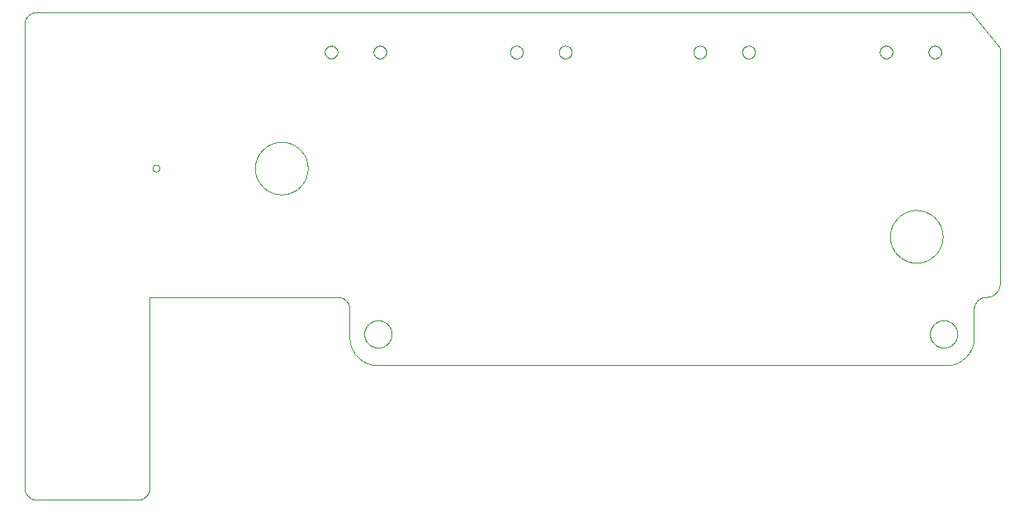
<source format=gko>
G75*
%MOIN*%
%OFA0B0*%
%FSLAX25Y25*%
%IPPOS*%
%LPD*%
%AMOC8*
5,1,8,0,0,1.08239X$1,22.5*
%
%ADD10C,0.00000*%
D10*
X0009059Y0004256D02*
X0049643Y0004256D01*
X0049783Y0004258D01*
X0049923Y0004264D01*
X0050063Y0004274D01*
X0050203Y0004287D01*
X0050342Y0004305D01*
X0050481Y0004327D01*
X0050618Y0004352D01*
X0050756Y0004381D01*
X0050892Y0004414D01*
X0051027Y0004451D01*
X0051161Y0004492D01*
X0051294Y0004537D01*
X0051426Y0004585D01*
X0051556Y0004637D01*
X0051685Y0004692D01*
X0051812Y0004751D01*
X0051938Y0004814D01*
X0052062Y0004880D01*
X0052183Y0004949D01*
X0052303Y0005022D01*
X0052421Y0005099D01*
X0052536Y0005178D01*
X0052650Y0005261D01*
X0052760Y0005347D01*
X0052869Y0005436D01*
X0052975Y0005528D01*
X0053078Y0005623D01*
X0053179Y0005720D01*
X0053276Y0005821D01*
X0053371Y0005924D01*
X0053463Y0006030D01*
X0053552Y0006139D01*
X0053638Y0006249D01*
X0053721Y0006363D01*
X0053800Y0006478D01*
X0053877Y0006596D01*
X0053950Y0006716D01*
X0054019Y0006837D01*
X0054085Y0006961D01*
X0054148Y0007087D01*
X0054207Y0007214D01*
X0054262Y0007343D01*
X0054314Y0007473D01*
X0054362Y0007605D01*
X0054407Y0007738D01*
X0054448Y0007872D01*
X0054485Y0008007D01*
X0054518Y0008143D01*
X0054547Y0008281D01*
X0054572Y0008418D01*
X0054594Y0008557D01*
X0054612Y0008696D01*
X0054625Y0008836D01*
X0054635Y0008976D01*
X0054641Y0009116D01*
X0054643Y0009256D01*
X0054643Y0086146D01*
X0130358Y0086146D01*
X0130498Y0086144D01*
X0130638Y0086138D01*
X0130778Y0086128D01*
X0130918Y0086115D01*
X0131057Y0086097D01*
X0131196Y0086075D01*
X0131333Y0086050D01*
X0131471Y0086021D01*
X0131607Y0085988D01*
X0131742Y0085951D01*
X0131876Y0085910D01*
X0132009Y0085865D01*
X0132141Y0085817D01*
X0132271Y0085765D01*
X0132400Y0085710D01*
X0132527Y0085651D01*
X0132653Y0085588D01*
X0132777Y0085522D01*
X0132898Y0085453D01*
X0133018Y0085380D01*
X0133136Y0085303D01*
X0133251Y0085224D01*
X0133365Y0085141D01*
X0133475Y0085055D01*
X0133584Y0084966D01*
X0133690Y0084874D01*
X0133793Y0084779D01*
X0133894Y0084682D01*
X0133991Y0084581D01*
X0134086Y0084478D01*
X0134178Y0084372D01*
X0134267Y0084263D01*
X0134353Y0084153D01*
X0134436Y0084039D01*
X0134515Y0083924D01*
X0134592Y0083806D01*
X0134665Y0083686D01*
X0134734Y0083565D01*
X0134800Y0083441D01*
X0134863Y0083315D01*
X0134922Y0083188D01*
X0134977Y0083059D01*
X0135029Y0082929D01*
X0135077Y0082797D01*
X0135122Y0082664D01*
X0135163Y0082530D01*
X0135200Y0082395D01*
X0135233Y0082259D01*
X0135262Y0082121D01*
X0135287Y0081984D01*
X0135309Y0081845D01*
X0135327Y0081706D01*
X0135340Y0081566D01*
X0135350Y0081426D01*
X0135356Y0081286D01*
X0135358Y0081146D01*
X0135358Y0069217D01*
X0135359Y0069216D02*
X0135376Y0068945D01*
X0135400Y0068675D01*
X0135431Y0068405D01*
X0135468Y0068136D01*
X0135512Y0067868D01*
X0135562Y0067601D01*
X0135618Y0067336D01*
X0135681Y0067072D01*
X0135750Y0066809D01*
X0135826Y0066548D01*
X0135908Y0066289D01*
X0135996Y0066033D01*
X0136090Y0065778D01*
X0136191Y0065526D01*
X0136297Y0065276D01*
X0136410Y0065029D01*
X0136528Y0064785D01*
X0136652Y0064543D01*
X0136782Y0064305D01*
X0136918Y0064070D01*
X0137060Y0063838D01*
X0137207Y0063610D01*
X0137359Y0063385D01*
X0137517Y0063164D01*
X0137680Y0062947D01*
X0137849Y0062734D01*
X0138022Y0062525D01*
X0138200Y0062320D01*
X0138384Y0062120D01*
X0138572Y0061924D01*
X0138765Y0061733D01*
X0138962Y0061547D01*
X0139164Y0061365D01*
X0139370Y0061188D01*
X0139580Y0061017D01*
X0139795Y0060850D01*
X0140013Y0060689D01*
X0140236Y0060533D01*
X0140462Y0060382D01*
X0140691Y0060237D01*
X0140924Y0060098D01*
X0141160Y0059964D01*
X0141400Y0059836D01*
X0141642Y0059714D01*
X0141887Y0059597D01*
X0142136Y0059487D01*
X0142386Y0059383D01*
X0142639Y0059284D01*
X0142895Y0059192D01*
X0143152Y0059106D01*
X0143412Y0059027D01*
X0143673Y0058953D01*
X0143936Y0058886D01*
X0144201Y0058826D01*
X0144467Y0058771D01*
X0144734Y0058723D01*
X0145003Y0058682D01*
X0145272Y0058647D01*
X0145542Y0058619D01*
X0145813Y0058597D01*
X0146084Y0058582D01*
X0146355Y0058573D01*
X0146627Y0058571D01*
X0146898Y0058576D01*
X0147170Y0058587D01*
X0147169Y0058587D02*
X0375516Y0058587D01*
X0375515Y0058587D02*
X0375787Y0058576D01*
X0376058Y0058571D01*
X0376330Y0058573D01*
X0376601Y0058582D01*
X0376872Y0058597D01*
X0377143Y0058619D01*
X0377413Y0058647D01*
X0377682Y0058682D01*
X0377951Y0058723D01*
X0378218Y0058771D01*
X0378484Y0058826D01*
X0378749Y0058886D01*
X0379012Y0058953D01*
X0379273Y0059027D01*
X0379533Y0059106D01*
X0379790Y0059192D01*
X0380046Y0059284D01*
X0380299Y0059383D01*
X0380549Y0059487D01*
X0380798Y0059597D01*
X0381043Y0059714D01*
X0381285Y0059836D01*
X0381525Y0059964D01*
X0381761Y0060098D01*
X0381994Y0060237D01*
X0382223Y0060382D01*
X0382449Y0060533D01*
X0382672Y0060689D01*
X0382890Y0060850D01*
X0383105Y0061017D01*
X0383315Y0061188D01*
X0383521Y0061365D01*
X0383723Y0061547D01*
X0383920Y0061733D01*
X0384113Y0061924D01*
X0384301Y0062120D01*
X0384485Y0062320D01*
X0384663Y0062525D01*
X0384836Y0062734D01*
X0385005Y0062947D01*
X0385168Y0063164D01*
X0385326Y0063385D01*
X0385478Y0063610D01*
X0385625Y0063838D01*
X0385767Y0064070D01*
X0385903Y0064305D01*
X0386033Y0064543D01*
X0386157Y0064785D01*
X0386275Y0065029D01*
X0386388Y0065276D01*
X0386494Y0065526D01*
X0386595Y0065778D01*
X0386689Y0066033D01*
X0386777Y0066289D01*
X0386859Y0066548D01*
X0386935Y0066809D01*
X0387004Y0067072D01*
X0387067Y0067336D01*
X0387123Y0067601D01*
X0387173Y0067868D01*
X0387217Y0068136D01*
X0387254Y0068405D01*
X0387285Y0068675D01*
X0387309Y0068945D01*
X0387326Y0069216D01*
X0387327Y0069217D02*
X0387327Y0081146D01*
X0387329Y0081286D01*
X0387335Y0081426D01*
X0387345Y0081566D01*
X0387358Y0081706D01*
X0387376Y0081845D01*
X0387398Y0081984D01*
X0387423Y0082121D01*
X0387452Y0082259D01*
X0387485Y0082395D01*
X0387522Y0082530D01*
X0387563Y0082664D01*
X0387608Y0082797D01*
X0387656Y0082929D01*
X0387708Y0083059D01*
X0387763Y0083188D01*
X0387822Y0083315D01*
X0387885Y0083441D01*
X0387951Y0083565D01*
X0388020Y0083686D01*
X0388093Y0083806D01*
X0388170Y0083924D01*
X0388249Y0084039D01*
X0388332Y0084153D01*
X0388418Y0084263D01*
X0388507Y0084372D01*
X0388599Y0084478D01*
X0388694Y0084581D01*
X0388791Y0084682D01*
X0388892Y0084779D01*
X0388995Y0084874D01*
X0389101Y0084966D01*
X0389210Y0085055D01*
X0389320Y0085141D01*
X0389434Y0085224D01*
X0389549Y0085303D01*
X0389667Y0085380D01*
X0389787Y0085453D01*
X0389908Y0085522D01*
X0390032Y0085588D01*
X0390158Y0085651D01*
X0390285Y0085710D01*
X0390414Y0085765D01*
X0390544Y0085817D01*
X0390676Y0085865D01*
X0390809Y0085910D01*
X0390943Y0085951D01*
X0391078Y0085988D01*
X0391214Y0086021D01*
X0391352Y0086050D01*
X0391489Y0086075D01*
X0391628Y0086097D01*
X0391767Y0086115D01*
X0391907Y0086128D01*
X0392047Y0086138D01*
X0392187Y0086144D01*
X0392327Y0086146D01*
X0392471Y0086145D01*
X0392615Y0086148D01*
X0392759Y0086155D01*
X0392903Y0086167D01*
X0393047Y0086181D01*
X0393190Y0086200D01*
X0393332Y0086223D01*
X0393474Y0086249D01*
X0393615Y0086280D01*
X0393756Y0086314D01*
X0393895Y0086352D01*
X0394033Y0086393D01*
X0394170Y0086439D01*
X0394306Y0086488D01*
X0394440Y0086541D01*
X0394573Y0086597D01*
X0394704Y0086657D01*
X0394834Y0086720D01*
X0394962Y0086787D01*
X0395088Y0086858D01*
X0395212Y0086932D01*
X0395334Y0087009D01*
X0395453Y0087089D01*
X0395571Y0087173D01*
X0395686Y0087260D01*
X0395799Y0087349D01*
X0395910Y0087442D01*
X0396018Y0087538D01*
X0396123Y0087637D01*
X0396225Y0087738D01*
X0396325Y0087843D01*
X0396422Y0087950D01*
X0396516Y0088059D01*
X0396607Y0088171D01*
X0396695Y0088286D01*
X0396780Y0088402D01*
X0396861Y0088522D01*
X0396940Y0088643D01*
X0397015Y0088766D01*
X0397086Y0088891D01*
X0397155Y0089018D01*
X0397219Y0089147D01*
X0397281Y0089278D01*
X0397338Y0089410D01*
X0397392Y0089544D01*
X0397443Y0089679D01*
X0397490Y0089816D01*
X0397533Y0089954D01*
X0397572Y0090093D01*
X0397607Y0090232D01*
X0397639Y0090373D01*
X0397667Y0090515D01*
X0397691Y0090657D01*
X0397711Y0090800D01*
X0397728Y0090943D01*
X0397740Y0091087D01*
X0397748Y0091231D01*
X0397753Y0091376D01*
X0397753Y0091375D02*
X0397753Y0186736D01*
X0386146Y0201106D01*
X0009059Y0201106D01*
X0008919Y0201104D01*
X0008779Y0201098D01*
X0008639Y0201088D01*
X0008499Y0201075D01*
X0008360Y0201057D01*
X0008221Y0201035D01*
X0008084Y0201010D01*
X0007946Y0200981D01*
X0007810Y0200948D01*
X0007675Y0200911D01*
X0007541Y0200870D01*
X0007408Y0200825D01*
X0007276Y0200777D01*
X0007146Y0200725D01*
X0007017Y0200670D01*
X0006890Y0200611D01*
X0006764Y0200548D01*
X0006640Y0200482D01*
X0006519Y0200413D01*
X0006399Y0200340D01*
X0006281Y0200263D01*
X0006166Y0200184D01*
X0006052Y0200101D01*
X0005942Y0200015D01*
X0005833Y0199926D01*
X0005727Y0199834D01*
X0005624Y0199739D01*
X0005523Y0199642D01*
X0005426Y0199541D01*
X0005331Y0199438D01*
X0005239Y0199332D01*
X0005150Y0199223D01*
X0005064Y0199113D01*
X0004981Y0198999D01*
X0004902Y0198884D01*
X0004825Y0198766D01*
X0004752Y0198646D01*
X0004683Y0198525D01*
X0004617Y0198401D01*
X0004554Y0198275D01*
X0004495Y0198148D01*
X0004440Y0198019D01*
X0004388Y0197889D01*
X0004340Y0197757D01*
X0004295Y0197624D01*
X0004254Y0197490D01*
X0004217Y0197355D01*
X0004184Y0197219D01*
X0004155Y0197081D01*
X0004130Y0196944D01*
X0004108Y0196805D01*
X0004090Y0196666D01*
X0004077Y0196526D01*
X0004067Y0196386D01*
X0004061Y0196246D01*
X0004059Y0196106D01*
X0004059Y0009256D01*
X0004061Y0009116D01*
X0004067Y0008976D01*
X0004077Y0008836D01*
X0004090Y0008696D01*
X0004108Y0008557D01*
X0004130Y0008418D01*
X0004155Y0008281D01*
X0004184Y0008143D01*
X0004217Y0008007D01*
X0004254Y0007872D01*
X0004295Y0007738D01*
X0004340Y0007605D01*
X0004388Y0007473D01*
X0004440Y0007343D01*
X0004495Y0007214D01*
X0004554Y0007087D01*
X0004617Y0006961D01*
X0004683Y0006837D01*
X0004752Y0006716D01*
X0004825Y0006596D01*
X0004902Y0006478D01*
X0004981Y0006363D01*
X0005064Y0006249D01*
X0005150Y0006139D01*
X0005239Y0006030D01*
X0005331Y0005924D01*
X0005426Y0005821D01*
X0005523Y0005720D01*
X0005624Y0005623D01*
X0005727Y0005528D01*
X0005833Y0005436D01*
X0005942Y0005347D01*
X0006052Y0005261D01*
X0006166Y0005178D01*
X0006281Y0005099D01*
X0006399Y0005022D01*
X0006519Y0004949D01*
X0006640Y0004880D01*
X0006764Y0004814D01*
X0006890Y0004751D01*
X0007017Y0004692D01*
X0007146Y0004637D01*
X0007276Y0004585D01*
X0007408Y0004537D01*
X0007541Y0004492D01*
X0007675Y0004451D01*
X0007810Y0004414D01*
X0007946Y0004381D01*
X0008084Y0004352D01*
X0008221Y0004327D01*
X0008360Y0004305D01*
X0008499Y0004287D01*
X0008639Y0004274D01*
X0008779Y0004264D01*
X0008919Y0004258D01*
X0009059Y0004256D01*
X0141264Y0071185D02*
X0141266Y0071333D01*
X0141272Y0071481D01*
X0141282Y0071629D01*
X0141296Y0071776D01*
X0141314Y0071923D01*
X0141335Y0072069D01*
X0141361Y0072215D01*
X0141391Y0072360D01*
X0141424Y0072504D01*
X0141462Y0072647D01*
X0141503Y0072789D01*
X0141548Y0072930D01*
X0141596Y0073070D01*
X0141649Y0073209D01*
X0141705Y0073346D01*
X0141765Y0073481D01*
X0141828Y0073615D01*
X0141895Y0073747D01*
X0141966Y0073877D01*
X0142040Y0074005D01*
X0142117Y0074131D01*
X0142198Y0074255D01*
X0142282Y0074377D01*
X0142369Y0074496D01*
X0142460Y0074613D01*
X0142554Y0074728D01*
X0142650Y0074840D01*
X0142750Y0074950D01*
X0142852Y0075056D01*
X0142958Y0075160D01*
X0143066Y0075261D01*
X0143177Y0075359D01*
X0143290Y0075455D01*
X0143406Y0075547D01*
X0143524Y0075636D01*
X0143645Y0075721D01*
X0143768Y0075804D01*
X0143893Y0075883D01*
X0144020Y0075959D01*
X0144149Y0076031D01*
X0144280Y0076100D01*
X0144413Y0076165D01*
X0144548Y0076226D01*
X0144684Y0076284D01*
X0144821Y0076339D01*
X0144960Y0076389D01*
X0145101Y0076436D01*
X0145242Y0076479D01*
X0145385Y0076519D01*
X0145529Y0076554D01*
X0145673Y0076586D01*
X0145819Y0076613D01*
X0145965Y0076637D01*
X0146112Y0076657D01*
X0146259Y0076673D01*
X0146406Y0076685D01*
X0146554Y0076693D01*
X0146702Y0076697D01*
X0146850Y0076697D01*
X0146998Y0076693D01*
X0147146Y0076685D01*
X0147293Y0076673D01*
X0147440Y0076657D01*
X0147587Y0076637D01*
X0147733Y0076613D01*
X0147879Y0076586D01*
X0148023Y0076554D01*
X0148167Y0076519D01*
X0148310Y0076479D01*
X0148451Y0076436D01*
X0148592Y0076389D01*
X0148731Y0076339D01*
X0148868Y0076284D01*
X0149004Y0076226D01*
X0149139Y0076165D01*
X0149272Y0076100D01*
X0149403Y0076031D01*
X0149532Y0075959D01*
X0149659Y0075883D01*
X0149784Y0075804D01*
X0149907Y0075721D01*
X0150028Y0075636D01*
X0150146Y0075547D01*
X0150262Y0075455D01*
X0150375Y0075359D01*
X0150486Y0075261D01*
X0150594Y0075160D01*
X0150700Y0075056D01*
X0150802Y0074950D01*
X0150902Y0074840D01*
X0150998Y0074728D01*
X0151092Y0074613D01*
X0151183Y0074496D01*
X0151270Y0074377D01*
X0151354Y0074255D01*
X0151435Y0074131D01*
X0151512Y0074005D01*
X0151586Y0073877D01*
X0151657Y0073747D01*
X0151724Y0073615D01*
X0151787Y0073481D01*
X0151847Y0073346D01*
X0151903Y0073209D01*
X0151956Y0073070D01*
X0152004Y0072930D01*
X0152049Y0072789D01*
X0152090Y0072647D01*
X0152128Y0072504D01*
X0152161Y0072360D01*
X0152191Y0072215D01*
X0152217Y0072069D01*
X0152238Y0071923D01*
X0152256Y0071776D01*
X0152270Y0071629D01*
X0152280Y0071481D01*
X0152286Y0071333D01*
X0152288Y0071185D01*
X0152286Y0071037D01*
X0152280Y0070889D01*
X0152270Y0070741D01*
X0152256Y0070594D01*
X0152238Y0070447D01*
X0152217Y0070301D01*
X0152191Y0070155D01*
X0152161Y0070010D01*
X0152128Y0069866D01*
X0152090Y0069723D01*
X0152049Y0069581D01*
X0152004Y0069440D01*
X0151956Y0069300D01*
X0151903Y0069161D01*
X0151847Y0069024D01*
X0151787Y0068889D01*
X0151724Y0068755D01*
X0151657Y0068623D01*
X0151586Y0068493D01*
X0151512Y0068365D01*
X0151435Y0068239D01*
X0151354Y0068115D01*
X0151270Y0067993D01*
X0151183Y0067874D01*
X0151092Y0067757D01*
X0150998Y0067642D01*
X0150902Y0067530D01*
X0150802Y0067420D01*
X0150700Y0067314D01*
X0150594Y0067210D01*
X0150486Y0067109D01*
X0150375Y0067011D01*
X0150262Y0066915D01*
X0150146Y0066823D01*
X0150028Y0066734D01*
X0149907Y0066649D01*
X0149784Y0066566D01*
X0149659Y0066487D01*
X0149532Y0066411D01*
X0149403Y0066339D01*
X0149272Y0066270D01*
X0149139Y0066205D01*
X0149004Y0066144D01*
X0148868Y0066086D01*
X0148731Y0066031D01*
X0148592Y0065981D01*
X0148451Y0065934D01*
X0148310Y0065891D01*
X0148167Y0065851D01*
X0148023Y0065816D01*
X0147879Y0065784D01*
X0147733Y0065757D01*
X0147587Y0065733D01*
X0147440Y0065713D01*
X0147293Y0065697D01*
X0147146Y0065685D01*
X0146998Y0065677D01*
X0146850Y0065673D01*
X0146702Y0065673D01*
X0146554Y0065677D01*
X0146406Y0065685D01*
X0146259Y0065697D01*
X0146112Y0065713D01*
X0145965Y0065733D01*
X0145819Y0065757D01*
X0145673Y0065784D01*
X0145529Y0065816D01*
X0145385Y0065851D01*
X0145242Y0065891D01*
X0145101Y0065934D01*
X0144960Y0065981D01*
X0144821Y0066031D01*
X0144684Y0066086D01*
X0144548Y0066144D01*
X0144413Y0066205D01*
X0144280Y0066270D01*
X0144149Y0066339D01*
X0144020Y0066411D01*
X0143893Y0066487D01*
X0143768Y0066566D01*
X0143645Y0066649D01*
X0143524Y0066734D01*
X0143406Y0066823D01*
X0143290Y0066915D01*
X0143177Y0067011D01*
X0143066Y0067109D01*
X0142958Y0067210D01*
X0142852Y0067314D01*
X0142750Y0067420D01*
X0142650Y0067530D01*
X0142554Y0067642D01*
X0142460Y0067757D01*
X0142369Y0067874D01*
X0142282Y0067993D01*
X0142198Y0068115D01*
X0142117Y0068239D01*
X0142040Y0068365D01*
X0141966Y0068493D01*
X0141895Y0068623D01*
X0141828Y0068755D01*
X0141765Y0068889D01*
X0141705Y0069024D01*
X0141649Y0069161D01*
X0141596Y0069300D01*
X0141548Y0069440D01*
X0141503Y0069581D01*
X0141462Y0069723D01*
X0141424Y0069866D01*
X0141391Y0070010D01*
X0141361Y0070155D01*
X0141335Y0070301D01*
X0141314Y0070447D01*
X0141296Y0070594D01*
X0141282Y0070741D01*
X0141272Y0070889D01*
X0141266Y0071037D01*
X0141264Y0071185D01*
X0097169Y0138114D02*
X0097172Y0138375D01*
X0097182Y0138636D01*
X0097198Y0138896D01*
X0097220Y0139156D01*
X0097249Y0139415D01*
X0097284Y0139674D01*
X0097325Y0139931D01*
X0097373Y0140188D01*
X0097427Y0140443D01*
X0097488Y0140697D01*
X0097554Y0140949D01*
X0097627Y0141200D01*
X0097706Y0141448D01*
X0097790Y0141695D01*
X0097881Y0141940D01*
X0097978Y0142182D01*
X0098081Y0142422D01*
X0098190Y0142659D01*
X0098304Y0142893D01*
X0098424Y0143125D01*
X0098550Y0143354D01*
X0098681Y0143579D01*
X0098818Y0143801D01*
X0098960Y0144020D01*
X0099108Y0144235D01*
X0099261Y0144446D01*
X0099419Y0144654D01*
X0099582Y0144858D01*
X0099750Y0145057D01*
X0099923Y0145253D01*
X0100100Y0145444D01*
X0100282Y0145631D01*
X0100469Y0145813D01*
X0100660Y0145990D01*
X0100856Y0146163D01*
X0101055Y0146331D01*
X0101259Y0146494D01*
X0101467Y0146652D01*
X0101678Y0146805D01*
X0101893Y0146953D01*
X0102112Y0147095D01*
X0102334Y0147232D01*
X0102559Y0147363D01*
X0102788Y0147489D01*
X0103020Y0147609D01*
X0103254Y0147723D01*
X0103491Y0147832D01*
X0103731Y0147935D01*
X0103973Y0148032D01*
X0104218Y0148123D01*
X0104465Y0148207D01*
X0104713Y0148286D01*
X0104964Y0148359D01*
X0105216Y0148425D01*
X0105470Y0148486D01*
X0105725Y0148540D01*
X0105982Y0148588D01*
X0106239Y0148629D01*
X0106498Y0148664D01*
X0106757Y0148693D01*
X0107017Y0148715D01*
X0107277Y0148731D01*
X0107538Y0148741D01*
X0107799Y0148744D01*
X0108060Y0148741D01*
X0108321Y0148731D01*
X0108581Y0148715D01*
X0108841Y0148693D01*
X0109100Y0148664D01*
X0109359Y0148629D01*
X0109616Y0148588D01*
X0109873Y0148540D01*
X0110128Y0148486D01*
X0110382Y0148425D01*
X0110634Y0148359D01*
X0110885Y0148286D01*
X0111133Y0148207D01*
X0111380Y0148123D01*
X0111625Y0148032D01*
X0111867Y0147935D01*
X0112107Y0147832D01*
X0112344Y0147723D01*
X0112578Y0147609D01*
X0112810Y0147489D01*
X0113039Y0147363D01*
X0113264Y0147232D01*
X0113486Y0147095D01*
X0113705Y0146953D01*
X0113920Y0146805D01*
X0114131Y0146652D01*
X0114339Y0146494D01*
X0114543Y0146331D01*
X0114742Y0146163D01*
X0114938Y0145990D01*
X0115129Y0145813D01*
X0115316Y0145631D01*
X0115498Y0145444D01*
X0115675Y0145253D01*
X0115848Y0145057D01*
X0116016Y0144858D01*
X0116179Y0144654D01*
X0116337Y0144446D01*
X0116490Y0144235D01*
X0116638Y0144020D01*
X0116780Y0143801D01*
X0116917Y0143579D01*
X0117048Y0143354D01*
X0117174Y0143125D01*
X0117294Y0142893D01*
X0117408Y0142659D01*
X0117517Y0142422D01*
X0117620Y0142182D01*
X0117717Y0141940D01*
X0117808Y0141695D01*
X0117892Y0141448D01*
X0117971Y0141200D01*
X0118044Y0140949D01*
X0118110Y0140697D01*
X0118171Y0140443D01*
X0118225Y0140188D01*
X0118273Y0139931D01*
X0118314Y0139674D01*
X0118349Y0139415D01*
X0118378Y0139156D01*
X0118400Y0138896D01*
X0118416Y0138636D01*
X0118426Y0138375D01*
X0118429Y0138114D01*
X0118426Y0137853D01*
X0118416Y0137592D01*
X0118400Y0137332D01*
X0118378Y0137072D01*
X0118349Y0136813D01*
X0118314Y0136554D01*
X0118273Y0136297D01*
X0118225Y0136040D01*
X0118171Y0135785D01*
X0118110Y0135531D01*
X0118044Y0135279D01*
X0117971Y0135028D01*
X0117892Y0134780D01*
X0117808Y0134533D01*
X0117717Y0134288D01*
X0117620Y0134046D01*
X0117517Y0133806D01*
X0117408Y0133569D01*
X0117294Y0133335D01*
X0117174Y0133103D01*
X0117048Y0132874D01*
X0116917Y0132649D01*
X0116780Y0132427D01*
X0116638Y0132208D01*
X0116490Y0131993D01*
X0116337Y0131782D01*
X0116179Y0131574D01*
X0116016Y0131370D01*
X0115848Y0131171D01*
X0115675Y0130975D01*
X0115498Y0130784D01*
X0115316Y0130597D01*
X0115129Y0130415D01*
X0114938Y0130238D01*
X0114742Y0130065D01*
X0114543Y0129897D01*
X0114339Y0129734D01*
X0114131Y0129576D01*
X0113920Y0129423D01*
X0113705Y0129275D01*
X0113486Y0129133D01*
X0113264Y0128996D01*
X0113039Y0128865D01*
X0112810Y0128739D01*
X0112578Y0128619D01*
X0112344Y0128505D01*
X0112107Y0128396D01*
X0111867Y0128293D01*
X0111625Y0128196D01*
X0111380Y0128105D01*
X0111133Y0128021D01*
X0110885Y0127942D01*
X0110634Y0127869D01*
X0110382Y0127803D01*
X0110128Y0127742D01*
X0109873Y0127688D01*
X0109616Y0127640D01*
X0109359Y0127599D01*
X0109100Y0127564D01*
X0108841Y0127535D01*
X0108581Y0127513D01*
X0108321Y0127497D01*
X0108060Y0127487D01*
X0107799Y0127484D01*
X0107538Y0127487D01*
X0107277Y0127497D01*
X0107017Y0127513D01*
X0106757Y0127535D01*
X0106498Y0127564D01*
X0106239Y0127599D01*
X0105982Y0127640D01*
X0105725Y0127688D01*
X0105470Y0127742D01*
X0105216Y0127803D01*
X0104964Y0127869D01*
X0104713Y0127942D01*
X0104465Y0128021D01*
X0104218Y0128105D01*
X0103973Y0128196D01*
X0103731Y0128293D01*
X0103491Y0128396D01*
X0103254Y0128505D01*
X0103020Y0128619D01*
X0102788Y0128739D01*
X0102559Y0128865D01*
X0102334Y0128996D01*
X0102112Y0129133D01*
X0101893Y0129275D01*
X0101678Y0129423D01*
X0101467Y0129576D01*
X0101259Y0129734D01*
X0101055Y0129897D01*
X0100856Y0130065D01*
X0100660Y0130238D01*
X0100469Y0130415D01*
X0100282Y0130597D01*
X0100100Y0130784D01*
X0099923Y0130975D01*
X0099750Y0131171D01*
X0099582Y0131370D01*
X0099419Y0131574D01*
X0099261Y0131782D01*
X0099108Y0131993D01*
X0098960Y0132208D01*
X0098818Y0132427D01*
X0098681Y0132649D01*
X0098550Y0132874D01*
X0098424Y0133103D01*
X0098304Y0133335D01*
X0098190Y0133569D01*
X0098081Y0133806D01*
X0097978Y0134046D01*
X0097881Y0134288D01*
X0097790Y0134533D01*
X0097706Y0134780D01*
X0097627Y0135028D01*
X0097554Y0135279D01*
X0097488Y0135531D01*
X0097427Y0135785D01*
X0097373Y0136040D01*
X0097325Y0136297D01*
X0097284Y0136554D01*
X0097249Y0136813D01*
X0097220Y0137072D01*
X0097198Y0137332D01*
X0097182Y0137592D01*
X0097172Y0137853D01*
X0097169Y0138114D01*
X0055824Y0138114D02*
X0055826Y0138188D01*
X0055832Y0138262D01*
X0055842Y0138335D01*
X0055856Y0138408D01*
X0055873Y0138480D01*
X0055895Y0138550D01*
X0055920Y0138620D01*
X0055949Y0138688D01*
X0055982Y0138754D01*
X0056018Y0138819D01*
X0056058Y0138881D01*
X0056100Y0138942D01*
X0056146Y0139000D01*
X0056195Y0139055D01*
X0056247Y0139108D01*
X0056302Y0139158D01*
X0056359Y0139204D01*
X0056419Y0139248D01*
X0056481Y0139288D01*
X0056545Y0139325D01*
X0056611Y0139359D01*
X0056679Y0139389D01*
X0056748Y0139415D01*
X0056819Y0139438D01*
X0056890Y0139456D01*
X0056963Y0139471D01*
X0057036Y0139482D01*
X0057110Y0139489D01*
X0057184Y0139492D01*
X0057257Y0139491D01*
X0057331Y0139486D01*
X0057405Y0139477D01*
X0057478Y0139464D01*
X0057550Y0139447D01*
X0057621Y0139427D01*
X0057691Y0139402D01*
X0057759Y0139374D01*
X0057826Y0139343D01*
X0057891Y0139307D01*
X0057954Y0139269D01*
X0058015Y0139227D01*
X0058074Y0139181D01*
X0058130Y0139133D01*
X0058183Y0139082D01*
X0058233Y0139028D01*
X0058281Y0138971D01*
X0058325Y0138912D01*
X0058367Y0138850D01*
X0058405Y0138787D01*
X0058439Y0138721D01*
X0058470Y0138654D01*
X0058497Y0138585D01*
X0058520Y0138515D01*
X0058540Y0138444D01*
X0058556Y0138371D01*
X0058568Y0138298D01*
X0058576Y0138225D01*
X0058580Y0138151D01*
X0058580Y0138077D01*
X0058576Y0138003D01*
X0058568Y0137930D01*
X0058556Y0137857D01*
X0058540Y0137784D01*
X0058520Y0137713D01*
X0058497Y0137643D01*
X0058470Y0137574D01*
X0058439Y0137507D01*
X0058405Y0137441D01*
X0058367Y0137378D01*
X0058325Y0137316D01*
X0058281Y0137257D01*
X0058233Y0137200D01*
X0058183Y0137146D01*
X0058130Y0137095D01*
X0058074Y0137047D01*
X0058015Y0137001D01*
X0057954Y0136959D01*
X0057891Y0136921D01*
X0057826Y0136885D01*
X0057759Y0136854D01*
X0057691Y0136826D01*
X0057621Y0136801D01*
X0057550Y0136781D01*
X0057478Y0136764D01*
X0057405Y0136751D01*
X0057331Y0136742D01*
X0057257Y0136737D01*
X0057184Y0136736D01*
X0057110Y0136739D01*
X0057036Y0136746D01*
X0056963Y0136757D01*
X0056890Y0136772D01*
X0056819Y0136790D01*
X0056748Y0136813D01*
X0056679Y0136839D01*
X0056611Y0136869D01*
X0056545Y0136903D01*
X0056481Y0136940D01*
X0056419Y0136980D01*
X0056359Y0137024D01*
X0056302Y0137070D01*
X0056247Y0137120D01*
X0056195Y0137173D01*
X0056146Y0137228D01*
X0056100Y0137286D01*
X0056058Y0137347D01*
X0056018Y0137409D01*
X0055982Y0137474D01*
X0055949Y0137540D01*
X0055920Y0137608D01*
X0055895Y0137678D01*
X0055873Y0137748D01*
X0055856Y0137820D01*
X0055842Y0137893D01*
X0055832Y0137966D01*
X0055826Y0138040D01*
X0055824Y0138114D01*
X0125319Y0184965D02*
X0125321Y0185066D01*
X0125327Y0185167D01*
X0125337Y0185268D01*
X0125351Y0185368D01*
X0125369Y0185467D01*
X0125391Y0185566D01*
X0125416Y0185664D01*
X0125446Y0185761D01*
X0125479Y0185856D01*
X0125516Y0185950D01*
X0125557Y0186043D01*
X0125601Y0186134D01*
X0125649Y0186223D01*
X0125701Y0186310D01*
X0125756Y0186395D01*
X0125814Y0186477D01*
X0125875Y0186558D01*
X0125940Y0186636D01*
X0126007Y0186711D01*
X0126077Y0186783D01*
X0126151Y0186853D01*
X0126227Y0186920D01*
X0126305Y0186984D01*
X0126386Y0187044D01*
X0126469Y0187101D01*
X0126555Y0187155D01*
X0126643Y0187206D01*
X0126732Y0187253D01*
X0126823Y0187297D01*
X0126916Y0187336D01*
X0127011Y0187373D01*
X0127106Y0187405D01*
X0127203Y0187434D01*
X0127302Y0187458D01*
X0127400Y0187479D01*
X0127500Y0187496D01*
X0127600Y0187509D01*
X0127701Y0187518D01*
X0127802Y0187523D01*
X0127903Y0187524D01*
X0128004Y0187521D01*
X0128105Y0187514D01*
X0128206Y0187503D01*
X0128306Y0187488D01*
X0128405Y0187469D01*
X0128504Y0187446D01*
X0128601Y0187420D01*
X0128698Y0187389D01*
X0128793Y0187355D01*
X0128886Y0187317D01*
X0128979Y0187275D01*
X0129069Y0187230D01*
X0129158Y0187181D01*
X0129244Y0187129D01*
X0129328Y0187073D01*
X0129411Y0187014D01*
X0129490Y0186952D01*
X0129568Y0186887D01*
X0129642Y0186819D01*
X0129714Y0186747D01*
X0129783Y0186674D01*
X0129849Y0186597D01*
X0129912Y0186518D01*
X0129972Y0186436D01*
X0130028Y0186352D01*
X0130081Y0186266D01*
X0130131Y0186178D01*
X0130177Y0186088D01*
X0130220Y0185997D01*
X0130259Y0185903D01*
X0130294Y0185808D01*
X0130325Y0185712D01*
X0130353Y0185615D01*
X0130377Y0185517D01*
X0130397Y0185418D01*
X0130413Y0185318D01*
X0130425Y0185217D01*
X0130433Y0185117D01*
X0130437Y0185016D01*
X0130437Y0184914D01*
X0130433Y0184813D01*
X0130425Y0184713D01*
X0130413Y0184612D01*
X0130397Y0184512D01*
X0130377Y0184413D01*
X0130353Y0184315D01*
X0130325Y0184218D01*
X0130294Y0184122D01*
X0130259Y0184027D01*
X0130220Y0183933D01*
X0130177Y0183842D01*
X0130131Y0183752D01*
X0130081Y0183664D01*
X0130028Y0183578D01*
X0129972Y0183494D01*
X0129912Y0183412D01*
X0129849Y0183333D01*
X0129783Y0183256D01*
X0129714Y0183183D01*
X0129642Y0183111D01*
X0129568Y0183043D01*
X0129490Y0182978D01*
X0129411Y0182916D01*
X0129328Y0182857D01*
X0129244Y0182801D01*
X0129157Y0182749D01*
X0129069Y0182700D01*
X0128979Y0182655D01*
X0128886Y0182613D01*
X0128793Y0182575D01*
X0128698Y0182541D01*
X0128601Y0182510D01*
X0128504Y0182484D01*
X0128405Y0182461D01*
X0128306Y0182442D01*
X0128206Y0182427D01*
X0128105Y0182416D01*
X0128004Y0182409D01*
X0127903Y0182406D01*
X0127802Y0182407D01*
X0127701Y0182412D01*
X0127600Y0182421D01*
X0127500Y0182434D01*
X0127400Y0182451D01*
X0127302Y0182472D01*
X0127203Y0182496D01*
X0127106Y0182525D01*
X0127011Y0182557D01*
X0126916Y0182594D01*
X0126823Y0182633D01*
X0126732Y0182677D01*
X0126643Y0182724D01*
X0126555Y0182775D01*
X0126469Y0182829D01*
X0126386Y0182886D01*
X0126305Y0182946D01*
X0126227Y0183010D01*
X0126151Y0183077D01*
X0126077Y0183147D01*
X0126007Y0183219D01*
X0125940Y0183294D01*
X0125875Y0183372D01*
X0125814Y0183453D01*
X0125756Y0183535D01*
X0125701Y0183620D01*
X0125649Y0183707D01*
X0125601Y0183796D01*
X0125557Y0183887D01*
X0125516Y0183980D01*
X0125479Y0184074D01*
X0125446Y0184169D01*
X0125416Y0184266D01*
X0125391Y0184364D01*
X0125369Y0184463D01*
X0125351Y0184562D01*
X0125337Y0184662D01*
X0125327Y0184763D01*
X0125321Y0184864D01*
X0125319Y0184965D01*
X0145004Y0184965D02*
X0145006Y0185066D01*
X0145012Y0185167D01*
X0145022Y0185268D01*
X0145036Y0185368D01*
X0145054Y0185467D01*
X0145076Y0185566D01*
X0145101Y0185664D01*
X0145131Y0185761D01*
X0145164Y0185856D01*
X0145201Y0185950D01*
X0145242Y0186043D01*
X0145286Y0186134D01*
X0145334Y0186223D01*
X0145386Y0186310D01*
X0145441Y0186395D01*
X0145499Y0186477D01*
X0145560Y0186558D01*
X0145625Y0186636D01*
X0145692Y0186711D01*
X0145762Y0186783D01*
X0145836Y0186853D01*
X0145912Y0186920D01*
X0145990Y0186984D01*
X0146071Y0187044D01*
X0146154Y0187101D01*
X0146240Y0187155D01*
X0146328Y0187206D01*
X0146417Y0187253D01*
X0146508Y0187297D01*
X0146601Y0187336D01*
X0146696Y0187373D01*
X0146791Y0187405D01*
X0146888Y0187434D01*
X0146987Y0187458D01*
X0147085Y0187479D01*
X0147185Y0187496D01*
X0147285Y0187509D01*
X0147386Y0187518D01*
X0147487Y0187523D01*
X0147588Y0187524D01*
X0147689Y0187521D01*
X0147790Y0187514D01*
X0147891Y0187503D01*
X0147991Y0187488D01*
X0148090Y0187469D01*
X0148189Y0187446D01*
X0148286Y0187420D01*
X0148383Y0187389D01*
X0148478Y0187355D01*
X0148571Y0187317D01*
X0148664Y0187275D01*
X0148754Y0187230D01*
X0148843Y0187181D01*
X0148929Y0187129D01*
X0149013Y0187073D01*
X0149096Y0187014D01*
X0149175Y0186952D01*
X0149253Y0186887D01*
X0149327Y0186819D01*
X0149399Y0186747D01*
X0149468Y0186674D01*
X0149534Y0186597D01*
X0149597Y0186518D01*
X0149657Y0186436D01*
X0149713Y0186352D01*
X0149766Y0186266D01*
X0149816Y0186178D01*
X0149862Y0186088D01*
X0149905Y0185997D01*
X0149944Y0185903D01*
X0149979Y0185808D01*
X0150010Y0185712D01*
X0150038Y0185615D01*
X0150062Y0185517D01*
X0150082Y0185418D01*
X0150098Y0185318D01*
X0150110Y0185217D01*
X0150118Y0185117D01*
X0150122Y0185016D01*
X0150122Y0184914D01*
X0150118Y0184813D01*
X0150110Y0184713D01*
X0150098Y0184612D01*
X0150082Y0184512D01*
X0150062Y0184413D01*
X0150038Y0184315D01*
X0150010Y0184218D01*
X0149979Y0184122D01*
X0149944Y0184027D01*
X0149905Y0183933D01*
X0149862Y0183842D01*
X0149816Y0183752D01*
X0149766Y0183664D01*
X0149713Y0183578D01*
X0149657Y0183494D01*
X0149597Y0183412D01*
X0149534Y0183333D01*
X0149468Y0183256D01*
X0149399Y0183183D01*
X0149327Y0183111D01*
X0149253Y0183043D01*
X0149175Y0182978D01*
X0149096Y0182916D01*
X0149013Y0182857D01*
X0148929Y0182801D01*
X0148842Y0182749D01*
X0148754Y0182700D01*
X0148664Y0182655D01*
X0148571Y0182613D01*
X0148478Y0182575D01*
X0148383Y0182541D01*
X0148286Y0182510D01*
X0148189Y0182484D01*
X0148090Y0182461D01*
X0147991Y0182442D01*
X0147891Y0182427D01*
X0147790Y0182416D01*
X0147689Y0182409D01*
X0147588Y0182406D01*
X0147487Y0182407D01*
X0147386Y0182412D01*
X0147285Y0182421D01*
X0147185Y0182434D01*
X0147085Y0182451D01*
X0146987Y0182472D01*
X0146888Y0182496D01*
X0146791Y0182525D01*
X0146696Y0182557D01*
X0146601Y0182594D01*
X0146508Y0182633D01*
X0146417Y0182677D01*
X0146328Y0182724D01*
X0146240Y0182775D01*
X0146154Y0182829D01*
X0146071Y0182886D01*
X0145990Y0182946D01*
X0145912Y0183010D01*
X0145836Y0183077D01*
X0145762Y0183147D01*
X0145692Y0183219D01*
X0145625Y0183294D01*
X0145560Y0183372D01*
X0145499Y0183453D01*
X0145441Y0183535D01*
X0145386Y0183620D01*
X0145334Y0183707D01*
X0145286Y0183796D01*
X0145242Y0183887D01*
X0145201Y0183980D01*
X0145164Y0184074D01*
X0145131Y0184169D01*
X0145101Y0184266D01*
X0145076Y0184364D01*
X0145054Y0184463D01*
X0145036Y0184562D01*
X0145022Y0184662D01*
X0145012Y0184763D01*
X0145006Y0184864D01*
X0145004Y0184965D01*
X0200122Y0184965D02*
X0200124Y0185066D01*
X0200130Y0185167D01*
X0200140Y0185268D01*
X0200154Y0185368D01*
X0200172Y0185467D01*
X0200194Y0185566D01*
X0200219Y0185664D01*
X0200249Y0185761D01*
X0200282Y0185856D01*
X0200319Y0185950D01*
X0200360Y0186043D01*
X0200404Y0186134D01*
X0200452Y0186223D01*
X0200504Y0186310D01*
X0200559Y0186395D01*
X0200617Y0186477D01*
X0200678Y0186558D01*
X0200743Y0186636D01*
X0200810Y0186711D01*
X0200880Y0186783D01*
X0200954Y0186853D01*
X0201030Y0186920D01*
X0201108Y0186984D01*
X0201189Y0187044D01*
X0201272Y0187101D01*
X0201358Y0187155D01*
X0201446Y0187206D01*
X0201535Y0187253D01*
X0201626Y0187297D01*
X0201719Y0187336D01*
X0201814Y0187373D01*
X0201909Y0187405D01*
X0202006Y0187434D01*
X0202105Y0187458D01*
X0202203Y0187479D01*
X0202303Y0187496D01*
X0202403Y0187509D01*
X0202504Y0187518D01*
X0202605Y0187523D01*
X0202706Y0187524D01*
X0202807Y0187521D01*
X0202908Y0187514D01*
X0203009Y0187503D01*
X0203109Y0187488D01*
X0203208Y0187469D01*
X0203307Y0187446D01*
X0203404Y0187420D01*
X0203501Y0187389D01*
X0203596Y0187355D01*
X0203689Y0187317D01*
X0203782Y0187275D01*
X0203872Y0187230D01*
X0203961Y0187181D01*
X0204047Y0187129D01*
X0204131Y0187073D01*
X0204214Y0187014D01*
X0204293Y0186952D01*
X0204371Y0186887D01*
X0204445Y0186819D01*
X0204517Y0186747D01*
X0204586Y0186674D01*
X0204652Y0186597D01*
X0204715Y0186518D01*
X0204775Y0186436D01*
X0204831Y0186352D01*
X0204884Y0186266D01*
X0204934Y0186178D01*
X0204980Y0186088D01*
X0205023Y0185997D01*
X0205062Y0185903D01*
X0205097Y0185808D01*
X0205128Y0185712D01*
X0205156Y0185615D01*
X0205180Y0185517D01*
X0205200Y0185418D01*
X0205216Y0185318D01*
X0205228Y0185217D01*
X0205236Y0185117D01*
X0205240Y0185016D01*
X0205240Y0184914D01*
X0205236Y0184813D01*
X0205228Y0184713D01*
X0205216Y0184612D01*
X0205200Y0184512D01*
X0205180Y0184413D01*
X0205156Y0184315D01*
X0205128Y0184218D01*
X0205097Y0184122D01*
X0205062Y0184027D01*
X0205023Y0183933D01*
X0204980Y0183842D01*
X0204934Y0183752D01*
X0204884Y0183664D01*
X0204831Y0183578D01*
X0204775Y0183494D01*
X0204715Y0183412D01*
X0204652Y0183333D01*
X0204586Y0183256D01*
X0204517Y0183183D01*
X0204445Y0183111D01*
X0204371Y0183043D01*
X0204293Y0182978D01*
X0204214Y0182916D01*
X0204131Y0182857D01*
X0204047Y0182801D01*
X0203960Y0182749D01*
X0203872Y0182700D01*
X0203782Y0182655D01*
X0203689Y0182613D01*
X0203596Y0182575D01*
X0203501Y0182541D01*
X0203404Y0182510D01*
X0203307Y0182484D01*
X0203208Y0182461D01*
X0203109Y0182442D01*
X0203009Y0182427D01*
X0202908Y0182416D01*
X0202807Y0182409D01*
X0202706Y0182406D01*
X0202605Y0182407D01*
X0202504Y0182412D01*
X0202403Y0182421D01*
X0202303Y0182434D01*
X0202203Y0182451D01*
X0202105Y0182472D01*
X0202006Y0182496D01*
X0201909Y0182525D01*
X0201814Y0182557D01*
X0201719Y0182594D01*
X0201626Y0182633D01*
X0201535Y0182677D01*
X0201446Y0182724D01*
X0201358Y0182775D01*
X0201272Y0182829D01*
X0201189Y0182886D01*
X0201108Y0182946D01*
X0201030Y0183010D01*
X0200954Y0183077D01*
X0200880Y0183147D01*
X0200810Y0183219D01*
X0200743Y0183294D01*
X0200678Y0183372D01*
X0200617Y0183453D01*
X0200559Y0183535D01*
X0200504Y0183620D01*
X0200452Y0183707D01*
X0200404Y0183796D01*
X0200360Y0183887D01*
X0200319Y0183980D01*
X0200282Y0184074D01*
X0200249Y0184169D01*
X0200219Y0184266D01*
X0200194Y0184364D01*
X0200172Y0184463D01*
X0200154Y0184562D01*
X0200140Y0184662D01*
X0200130Y0184763D01*
X0200124Y0184864D01*
X0200122Y0184965D01*
X0219807Y0184965D02*
X0219809Y0185066D01*
X0219815Y0185167D01*
X0219825Y0185268D01*
X0219839Y0185368D01*
X0219857Y0185467D01*
X0219879Y0185566D01*
X0219904Y0185664D01*
X0219934Y0185761D01*
X0219967Y0185856D01*
X0220004Y0185950D01*
X0220045Y0186043D01*
X0220089Y0186134D01*
X0220137Y0186223D01*
X0220189Y0186310D01*
X0220244Y0186395D01*
X0220302Y0186477D01*
X0220363Y0186558D01*
X0220428Y0186636D01*
X0220495Y0186711D01*
X0220565Y0186783D01*
X0220639Y0186853D01*
X0220715Y0186920D01*
X0220793Y0186984D01*
X0220874Y0187044D01*
X0220957Y0187101D01*
X0221043Y0187155D01*
X0221131Y0187206D01*
X0221220Y0187253D01*
X0221311Y0187297D01*
X0221404Y0187336D01*
X0221499Y0187373D01*
X0221594Y0187405D01*
X0221691Y0187434D01*
X0221790Y0187458D01*
X0221888Y0187479D01*
X0221988Y0187496D01*
X0222088Y0187509D01*
X0222189Y0187518D01*
X0222290Y0187523D01*
X0222391Y0187524D01*
X0222492Y0187521D01*
X0222593Y0187514D01*
X0222694Y0187503D01*
X0222794Y0187488D01*
X0222893Y0187469D01*
X0222992Y0187446D01*
X0223089Y0187420D01*
X0223186Y0187389D01*
X0223281Y0187355D01*
X0223374Y0187317D01*
X0223467Y0187275D01*
X0223557Y0187230D01*
X0223646Y0187181D01*
X0223732Y0187129D01*
X0223816Y0187073D01*
X0223899Y0187014D01*
X0223978Y0186952D01*
X0224056Y0186887D01*
X0224130Y0186819D01*
X0224202Y0186747D01*
X0224271Y0186674D01*
X0224337Y0186597D01*
X0224400Y0186518D01*
X0224460Y0186436D01*
X0224516Y0186352D01*
X0224569Y0186266D01*
X0224619Y0186178D01*
X0224665Y0186088D01*
X0224708Y0185997D01*
X0224747Y0185903D01*
X0224782Y0185808D01*
X0224813Y0185712D01*
X0224841Y0185615D01*
X0224865Y0185517D01*
X0224885Y0185418D01*
X0224901Y0185318D01*
X0224913Y0185217D01*
X0224921Y0185117D01*
X0224925Y0185016D01*
X0224925Y0184914D01*
X0224921Y0184813D01*
X0224913Y0184713D01*
X0224901Y0184612D01*
X0224885Y0184512D01*
X0224865Y0184413D01*
X0224841Y0184315D01*
X0224813Y0184218D01*
X0224782Y0184122D01*
X0224747Y0184027D01*
X0224708Y0183933D01*
X0224665Y0183842D01*
X0224619Y0183752D01*
X0224569Y0183664D01*
X0224516Y0183578D01*
X0224460Y0183494D01*
X0224400Y0183412D01*
X0224337Y0183333D01*
X0224271Y0183256D01*
X0224202Y0183183D01*
X0224130Y0183111D01*
X0224056Y0183043D01*
X0223978Y0182978D01*
X0223899Y0182916D01*
X0223816Y0182857D01*
X0223732Y0182801D01*
X0223645Y0182749D01*
X0223557Y0182700D01*
X0223467Y0182655D01*
X0223374Y0182613D01*
X0223281Y0182575D01*
X0223186Y0182541D01*
X0223089Y0182510D01*
X0222992Y0182484D01*
X0222893Y0182461D01*
X0222794Y0182442D01*
X0222694Y0182427D01*
X0222593Y0182416D01*
X0222492Y0182409D01*
X0222391Y0182406D01*
X0222290Y0182407D01*
X0222189Y0182412D01*
X0222088Y0182421D01*
X0221988Y0182434D01*
X0221888Y0182451D01*
X0221790Y0182472D01*
X0221691Y0182496D01*
X0221594Y0182525D01*
X0221499Y0182557D01*
X0221404Y0182594D01*
X0221311Y0182633D01*
X0221220Y0182677D01*
X0221131Y0182724D01*
X0221043Y0182775D01*
X0220957Y0182829D01*
X0220874Y0182886D01*
X0220793Y0182946D01*
X0220715Y0183010D01*
X0220639Y0183077D01*
X0220565Y0183147D01*
X0220495Y0183219D01*
X0220428Y0183294D01*
X0220363Y0183372D01*
X0220302Y0183453D01*
X0220244Y0183535D01*
X0220189Y0183620D01*
X0220137Y0183707D01*
X0220089Y0183796D01*
X0220045Y0183887D01*
X0220004Y0183980D01*
X0219967Y0184074D01*
X0219934Y0184169D01*
X0219904Y0184266D01*
X0219879Y0184364D01*
X0219857Y0184463D01*
X0219839Y0184562D01*
X0219825Y0184662D01*
X0219815Y0184763D01*
X0219809Y0184864D01*
X0219807Y0184965D01*
X0274138Y0184965D02*
X0274140Y0185066D01*
X0274146Y0185167D01*
X0274156Y0185268D01*
X0274170Y0185368D01*
X0274188Y0185467D01*
X0274210Y0185566D01*
X0274235Y0185664D01*
X0274265Y0185761D01*
X0274298Y0185856D01*
X0274335Y0185950D01*
X0274376Y0186043D01*
X0274420Y0186134D01*
X0274468Y0186223D01*
X0274520Y0186310D01*
X0274575Y0186395D01*
X0274633Y0186477D01*
X0274694Y0186558D01*
X0274759Y0186636D01*
X0274826Y0186711D01*
X0274896Y0186783D01*
X0274970Y0186853D01*
X0275046Y0186920D01*
X0275124Y0186984D01*
X0275205Y0187044D01*
X0275288Y0187101D01*
X0275374Y0187155D01*
X0275462Y0187206D01*
X0275551Y0187253D01*
X0275642Y0187297D01*
X0275735Y0187336D01*
X0275830Y0187373D01*
X0275925Y0187405D01*
X0276022Y0187434D01*
X0276121Y0187458D01*
X0276219Y0187479D01*
X0276319Y0187496D01*
X0276419Y0187509D01*
X0276520Y0187518D01*
X0276621Y0187523D01*
X0276722Y0187524D01*
X0276823Y0187521D01*
X0276924Y0187514D01*
X0277025Y0187503D01*
X0277125Y0187488D01*
X0277224Y0187469D01*
X0277323Y0187446D01*
X0277420Y0187420D01*
X0277517Y0187389D01*
X0277612Y0187355D01*
X0277705Y0187317D01*
X0277798Y0187275D01*
X0277888Y0187230D01*
X0277977Y0187181D01*
X0278063Y0187129D01*
X0278147Y0187073D01*
X0278230Y0187014D01*
X0278309Y0186952D01*
X0278387Y0186887D01*
X0278461Y0186819D01*
X0278533Y0186747D01*
X0278602Y0186674D01*
X0278668Y0186597D01*
X0278731Y0186518D01*
X0278791Y0186436D01*
X0278847Y0186352D01*
X0278900Y0186266D01*
X0278950Y0186178D01*
X0278996Y0186088D01*
X0279039Y0185997D01*
X0279078Y0185903D01*
X0279113Y0185808D01*
X0279144Y0185712D01*
X0279172Y0185615D01*
X0279196Y0185517D01*
X0279216Y0185418D01*
X0279232Y0185318D01*
X0279244Y0185217D01*
X0279252Y0185117D01*
X0279256Y0185016D01*
X0279256Y0184914D01*
X0279252Y0184813D01*
X0279244Y0184713D01*
X0279232Y0184612D01*
X0279216Y0184512D01*
X0279196Y0184413D01*
X0279172Y0184315D01*
X0279144Y0184218D01*
X0279113Y0184122D01*
X0279078Y0184027D01*
X0279039Y0183933D01*
X0278996Y0183842D01*
X0278950Y0183752D01*
X0278900Y0183664D01*
X0278847Y0183578D01*
X0278791Y0183494D01*
X0278731Y0183412D01*
X0278668Y0183333D01*
X0278602Y0183256D01*
X0278533Y0183183D01*
X0278461Y0183111D01*
X0278387Y0183043D01*
X0278309Y0182978D01*
X0278230Y0182916D01*
X0278147Y0182857D01*
X0278063Y0182801D01*
X0277976Y0182749D01*
X0277888Y0182700D01*
X0277798Y0182655D01*
X0277705Y0182613D01*
X0277612Y0182575D01*
X0277517Y0182541D01*
X0277420Y0182510D01*
X0277323Y0182484D01*
X0277224Y0182461D01*
X0277125Y0182442D01*
X0277025Y0182427D01*
X0276924Y0182416D01*
X0276823Y0182409D01*
X0276722Y0182406D01*
X0276621Y0182407D01*
X0276520Y0182412D01*
X0276419Y0182421D01*
X0276319Y0182434D01*
X0276219Y0182451D01*
X0276121Y0182472D01*
X0276022Y0182496D01*
X0275925Y0182525D01*
X0275830Y0182557D01*
X0275735Y0182594D01*
X0275642Y0182633D01*
X0275551Y0182677D01*
X0275462Y0182724D01*
X0275374Y0182775D01*
X0275288Y0182829D01*
X0275205Y0182886D01*
X0275124Y0182946D01*
X0275046Y0183010D01*
X0274970Y0183077D01*
X0274896Y0183147D01*
X0274826Y0183219D01*
X0274759Y0183294D01*
X0274694Y0183372D01*
X0274633Y0183453D01*
X0274575Y0183535D01*
X0274520Y0183620D01*
X0274468Y0183707D01*
X0274420Y0183796D01*
X0274376Y0183887D01*
X0274335Y0183980D01*
X0274298Y0184074D01*
X0274265Y0184169D01*
X0274235Y0184266D01*
X0274210Y0184364D01*
X0274188Y0184463D01*
X0274170Y0184562D01*
X0274156Y0184662D01*
X0274146Y0184763D01*
X0274140Y0184864D01*
X0274138Y0184965D01*
X0293823Y0184965D02*
X0293825Y0185066D01*
X0293831Y0185167D01*
X0293841Y0185268D01*
X0293855Y0185368D01*
X0293873Y0185467D01*
X0293895Y0185566D01*
X0293920Y0185664D01*
X0293950Y0185761D01*
X0293983Y0185856D01*
X0294020Y0185950D01*
X0294061Y0186043D01*
X0294105Y0186134D01*
X0294153Y0186223D01*
X0294205Y0186310D01*
X0294260Y0186395D01*
X0294318Y0186477D01*
X0294379Y0186558D01*
X0294444Y0186636D01*
X0294511Y0186711D01*
X0294581Y0186783D01*
X0294655Y0186853D01*
X0294731Y0186920D01*
X0294809Y0186984D01*
X0294890Y0187044D01*
X0294973Y0187101D01*
X0295059Y0187155D01*
X0295147Y0187206D01*
X0295236Y0187253D01*
X0295327Y0187297D01*
X0295420Y0187336D01*
X0295515Y0187373D01*
X0295610Y0187405D01*
X0295707Y0187434D01*
X0295806Y0187458D01*
X0295904Y0187479D01*
X0296004Y0187496D01*
X0296104Y0187509D01*
X0296205Y0187518D01*
X0296306Y0187523D01*
X0296407Y0187524D01*
X0296508Y0187521D01*
X0296609Y0187514D01*
X0296710Y0187503D01*
X0296810Y0187488D01*
X0296909Y0187469D01*
X0297008Y0187446D01*
X0297105Y0187420D01*
X0297202Y0187389D01*
X0297297Y0187355D01*
X0297390Y0187317D01*
X0297483Y0187275D01*
X0297573Y0187230D01*
X0297662Y0187181D01*
X0297748Y0187129D01*
X0297832Y0187073D01*
X0297915Y0187014D01*
X0297994Y0186952D01*
X0298072Y0186887D01*
X0298146Y0186819D01*
X0298218Y0186747D01*
X0298287Y0186674D01*
X0298353Y0186597D01*
X0298416Y0186518D01*
X0298476Y0186436D01*
X0298532Y0186352D01*
X0298585Y0186266D01*
X0298635Y0186178D01*
X0298681Y0186088D01*
X0298724Y0185997D01*
X0298763Y0185903D01*
X0298798Y0185808D01*
X0298829Y0185712D01*
X0298857Y0185615D01*
X0298881Y0185517D01*
X0298901Y0185418D01*
X0298917Y0185318D01*
X0298929Y0185217D01*
X0298937Y0185117D01*
X0298941Y0185016D01*
X0298941Y0184914D01*
X0298937Y0184813D01*
X0298929Y0184713D01*
X0298917Y0184612D01*
X0298901Y0184512D01*
X0298881Y0184413D01*
X0298857Y0184315D01*
X0298829Y0184218D01*
X0298798Y0184122D01*
X0298763Y0184027D01*
X0298724Y0183933D01*
X0298681Y0183842D01*
X0298635Y0183752D01*
X0298585Y0183664D01*
X0298532Y0183578D01*
X0298476Y0183494D01*
X0298416Y0183412D01*
X0298353Y0183333D01*
X0298287Y0183256D01*
X0298218Y0183183D01*
X0298146Y0183111D01*
X0298072Y0183043D01*
X0297994Y0182978D01*
X0297915Y0182916D01*
X0297832Y0182857D01*
X0297748Y0182801D01*
X0297661Y0182749D01*
X0297573Y0182700D01*
X0297483Y0182655D01*
X0297390Y0182613D01*
X0297297Y0182575D01*
X0297202Y0182541D01*
X0297105Y0182510D01*
X0297008Y0182484D01*
X0296909Y0182461D01*
X0296810Y0182442D01*
X0296710Y0182427D01*
X0296609Y0182416D01*
X0296508Y0182409D01*
X0296407Y0182406D01*
X0296306Y0182407D01*
X0296205Y0182412D01*
X0296104Y0182421D01*
X0296004Y0182434D01*
X0295904Y0182451D01*
X0295806Y0182472D01*
X0295707Y0182496D01*
X0295610Y0182525D01*
X0295515Y0182557D01*
X0295420Y0182594D01*
X0295327Y0182633D01*
X0295236Y0182677D01*
X0295147Y0182724D01*
X0295059Y0182775D01*
X0294973Y0182829D01*
X0294890Y0182886D01*
X0294809Y0182946D01*
X0294731Y0183010D01*
X0294655Y0183077D01*
X0294581Y0183147D01*
X0294511Y0183219D01*
X0294444Y0183294D01*
X0294379Y0183372D01*
X0294318Y0183453D01*
X0294260Y0183535D01*
X0294205Y0183620D01*
X0294153Y0183707D01*
X0294105Y0183796D01*
X0294061Y0183887D01*
X0294020Y0183980D01*
X0293983Y0184074D01*
X0293950Y0184169D01*
X0293920Y0184266D01*
X0293895Y0184364D01*
X0293873Y0184463D01*
X0293855Y0184562D01*
X0293841Y0184662D01*
X0293831Y0184763D01*
X0293825Y0184864D01*
X0293823Y0184965D01*
X0349335Y0184965D02*
X0349337Y0185066D01*
X0349343Y0185167D01*
X0349353Y0185268D01*
X0349367Y0185368D01*
X0349385Y0185467D01*
X0349407Y0185566D01*
X0349432Y0185664D01*
X0349462Y0185761D01*
X0349495Y0185856D01*
X0349532Y0185950D01*
X0349573Y0186043D01*
X0349617Y0186134D01*
X0349665Y0186223D01*
X0349717Y0186310D01*
X0349772Y0186395D01*
X0349830Y0186477D01*
X0349891Y0186558D01*
X0349956Y0186636D01*
X0350023Y0186711D01*
X0350093Y0186783D01*
X0350167Y0186853D01*
X0350243Y0186920D01*
X0350321Y0186984D01*
X0350402Y0187044D01*
X0350485Y0187101D01*
X0350571Y0187155D01*
X0350659Y0187206D01*
X0350748Y0187253D01*
X0350839Y0187297D01*
X0350932Y0187336D01*
X0351027Y0187373D01*
X0351122Y0187405D01*
X0351219Y0187434D01*
X0351318Y0187458D01*
X0351416Y0187479D01*
X0351516Y0187496D01*
X0351616Y0187509D01*
X0351717Y0187518D01*
X0351818Y0187523D01*
X0351919Y0187524D01*
X0352020Y0187521D01*
X0352121Y0187514D01*
X0352222Y0187503D01*
X0352322Y0187488D01*
X0352421Y0187469D01*
X0352520Y0187446D01*
X0352617Y0187420D01*
X0352714Y0187389D01*
X0352809Y0187355D01*
X0352902Y0187317D01*
X0352995Y0187275D01*
X0353085Y0187230D01*
X0353174Y0187181D01*
X0353260Y0187129D01*
X0353344Y0187073D01*
X0353427Y0187014D01*
X0353506Y0186952D01*
X0353584Y0186887D01*
X0353658Y0186819D01*
X0353730Y0186747D01*
X0353799Y0186674D01*
X0353865Y0186597D01*
X0353928Y0186518D01*
X0353988Y0186436D01*
X0354044Y0186352D01*
X0354097Y0186266D01*
X0354147Y0186178D01*
X0354193Y0186088D01*
X0354236Y0185997D01*
X0354275Y0185903D01*
X0354310Y0185808D01*
X0354341Y0185712D01*
X0354369Y0185615D01*
X0354393Y0185517D01*
X0354413Y0185418D01*
X0354429Y0185318D01*
X0354441Y0185217D01*
X0354449Y0185117D01*
X0354453Y0185016D01*
X0354453Y0184914D01*
X0354449Y0184813D01*
X0354441Y0184713D01*
X0354429Y0184612D01*
X0354413Y0184512D01*
X0354393Y0184413D01*
X0354369Y0184315D01*
X0354341Y0184218D01*
X0354310Y0184122D01*
X0354275Y0184027D01*
X0354236Y0183933D01*
X0354193Y0183842D01*
X0354147Y0183752D01*
X0354097Y0183664D01*
X0354044Y0183578D01*
X0353988Y0183494D01*
X0353928Y0183412D01*
X0353865Y0183333D01*
X0353799Y0183256D01*
X0353730Y0183183D01*
X0353658Y0183111D01*
X0353584Y0183043D01*
X0353506Y0182978D01*
X0353427Y0182916D01*
X0353344Y0182857D01*
X0353260Y0182801D01*
X0353173Y0182749D01*
X0353085Y0182700D01*
X0352995Y0182655D01*
X0352902Y0182613D01*
X0352809Y0182575D01*
X0352714Y0182541D01*
X0352617Y0182510D01*
X0352520Y0182484D01*
X0352421Y0182461D01*
X0352322Y0182442D01*
X0352222Y0182427D01*
X0352121Y0182416D01*
X0352020Y0182409D01*
X0351919Y0182406D01*
X0351818Y0182407D01*
X0351717Y0182412D01*
X0351616Y0182421D01*
X0351516Y0182434D01*
X0351416Y0182451D01*
X0351318Y0182472D01*
X0351219Y0182496D01*
X0351122Y0182525D01*
X0351027Y0182557D01*
X0350932Y0182594D01*
X0350839Y0182633D01*
X0350748Y0182677D01*
X0350659Y0182724D01*
X0350571Y0182775D01*
X0350485Y0182829D01*
X0350402Y0182886D01*
X0350321Y0182946D01*
X0350243Y0183010D01*
X0350167Y0183077D01*
X0350093Y0183147D01*
X0350023Y0183219D01*
X0349956Y0183294D01*
X0349891Y0183372D01*
X0349830Y0183453D01*
X0349772Y0183535D01*
X0349717Y0183620D01*
X0349665Y0183707D01*
X0349617Y0183796D01*
X0349573Y0183887D01*
X0349532Y0183980D01*
X0349495Y0184074D01*
X0349462Y0184169D01*
X0349432Y0184266D01*
X0349407Y0184364D01*
X0349385Y0184463D01*
X0349367Y0184562D01*
X0349353Y0184662D01*
X0349343Y0184763D01*
X0349337Y0184864D01*
X0349335Y0184965D01*
X0369020Y0184965D02*
X0369022Y0185066D01*
X0369028Y0185167D01*
X0369038Y0185268D01*
X0369052Y0185368D01*
X0369070Y0185467D01*
X0369092Y0185566D01*
X0369117Y0185664D01*
X0369147Y0185761D01*
X0369180Y0185856D01*
X0369217Y0185950D01*
X0369258Y0186043D01*
X0369302Y0186134D01*
X0369350Y0186223D01*
X0369402Y0186310D01*
X0369457Y0186395D01*
X0369515Y0186477D01*
X0369576Y0186558D01*
X0369641Y0186636D01*
X0369708Y0186711D01*
X0369778Y0186783D01*
X0369852Y0186853D01*
X0369928Y0186920D01*
X0370006Y0186984D01*
X0370087Y0187044D01*
X0370170Y0187101D01*
X0370256Y0187155D01*
X0370344Y0187206D01*
X0370433Y0187253D01*
X0370524Y0187297D01*
X0370617Y0187336D01*
X0370712Y0187373D01*
X0370807Y0187405D01*
X0370904Y0187434D01*
X0371003Y0187458D01*
X0371101Y0187479D01*
X0371201Y0187496D01*
X0371301Y0187509D01*
X0371402Y0187518D01*
X0371503Y0187523D01*
X0371604Y0187524D01*
X0371705Y0187521D01*
X0371806Y0187514D01*
X0371907Y0187503D01*
X0372007Y0187488D01*
X0372106Y0187469D01*
X0372205Y0187446D01*
X0372302Y0187420D01*
X0372399Y0187389D01*
X0372494Y0187355D01*
X0372587Y0187317D01*
X0372680Y0187275D01*
X0372770Y0187230D01*
X0372859Y0187181D01*
X0372945Y0187129D01*
X0373029Y0187073D01*
X0373112Y0187014D01*
X0373191Y0186952D01*
X0373269Y0186887D01*
X0373343Y0186819D01*
X0373415Y0186747D01*
X0373484Y0186674D01*
X0373550Y0186597D01*
X0373613Y0186518D01*
X0373673Y0186436D01*
X0373729Y0186352D01*
X0373782Y0186266D01*
X0373832Y0186178D01*
X0373878Y0186088D01*
X0373921Y0185997D01*
X0373960Y0185903D01*
X0373995Y0185808D01*
X0374026Y0185712D01*
X0374054Y0185615D01*
X0374078Y0185517D01*
X0374098Y0185418D01*
X0374114Y0185318D01*
X0374126Y0185217D01*
X0374134Y0185117D01*
X0374138Y0185016D01*
X0374138Y0184914D01*
X0374134Y0184813D01*
X0374126Y0184713D01*
X0374114Y0184612D01*
X0374098Y0184512D01*
X0374078Y0184413D01*
X0374054Y0184315D01*
X0374026Y0184218D01*
X0373995Y0184122D01*
X0373960Y0184027D01*
X0373921Y0183933D01*
X0373878Y0183842D01*
X0373832Y0183752D01*
X0373782Y0183664D01*
X0373729Y0183578D01*
X0373673Y0183494D01*
X0373613Y0183412D01*
X0373550Y0183333D01*
X0373484Y0183256D01*
X0373415Y0183183D01*
X0373343Y0183111D01*
X0373269Y0183043D01*
X0373191Y0182978D01*
X0373112Y0182916D01*
X0373029Y0182857D01*
X0372945Y0182801D01*
X0372858Y0182749D01*
X0372770Y0182700D01*
X0372680Y0182655D01*
X0372587Y0182613D01*
X0372494Y0182575D01*
X0372399Y0182541D01*
X0372302Y0182510D01*
X0372205Y0182484D01*
X0372106Y0182461D01*
X0372007Y0182442D01*
X0371907Y0182427D01*
X0371806Y0182416D01*
X0371705Y0182409D01*
X0371604Y0182406D01*
X0371503Y0182407D01*
X0371402Y0182412D01*
X0371301Y0182421D01*
X0371201Y0182434D01*
X0371101Y0182451D01*
X0371003Y0182472D01*
X0370904Y0182496D01*
X0370807Y0182525D01*
X0370712Y0182557D01*
X0370617Y0182594D01*
X0370524Y0182633D01*
X0370433Y0182677D01*
X0370344Y0182724D01*
X0370256Y0182775D01*
X0370170Y0182829D01*
X0370087Y0182886D01*
X0370006Y0182946D01*
X0369928Y0183010D01*
X0369852Y0183077D01*
X0369778Y0183147D01*
X0369708Y0183219D01*
X0369641Y0183294D01*
X0369576Y0183372D01*
X0369515Y0183453D01*
X0369457Y0183535D01*
X0369402Y0183620D01*
X0369350Y0183707D01*
X0369302Y0183796D01*
X0369258Y0183887D01*
X0369217Y0183980D01*
X0369180Y0184074D01*
X0369147Y0184169D01*
X0369117Y0184266D01*
X0369092Y0184364D01*
X0369070Y0184463D01*
X0369052Y0184562D01*
X0369038Y0184662D01*
X0369028Y0184763D01*
X0369022Y0184864D01*
X0369020Y0184965D01*
X0353468Y0110555D02*
X0353471Y0110816D01*
X0353481Y0111077D01*
X0353497Y0111337D01*
X0353519Y0111597D01*
X0353548Y0111856D01*
X0353583Y0112115D01*
X0353624Y0112372D01*
X0353672Y0112629D01*
X0353726Y0112884D01*
X0353787Y0113138D01*
X0353853Y0113390D01*
X0353926Y0113641D01*
X0354005Y0113889D01*
X0354089Y0114136D01*
X0354180Y0114381D01*
X0354277Y0114623D01*
X0354380Y0114863D01*
X0354489Y0115100D01*
X0354603Y0115334D01*
X0354723Y0115566D01*
X0354849Y0115795D01*
X0354980Y0116020D01*
X0355117Y0116242D01*
X0355259Y0116461D01*
X0355407Y0116676D01*
X0355560Y0116887D01*
X0355718Y0117095D01*
X0355881Y0117299D01*
X0356049Y0117498D01*
X0356222Y0117694D01*
X0356399Y0117885D01*
X0356581Y0118072D01*
X0356768Y0118254D01*
X0356959Y0118431D01*
X0357155Y0118604D01*
X0357354Y0118772D01*
X0357558Y0118935D01*
X0357766Y0119093D01*
X0357977Y0119246D01*
X0358192Y0119394D01*
X0358411Y0119536D01*
X0358633Y0119673D01*
X0358858Y0119804D01*
X0359087Y0119930D01*
X0359319Y0120050D01*
X0359553Y0120164D01*
X0359790Y0120273D01*
X0360030Y0120376D01*
X0360272Y0120473D01*
X0360517Y0120564D01*
X0360764Y0120648D01*
X0361012Y0120727D01*
X0361263Y0120800D01*
X0361515Y0120866D01*
X0361769Y0120927D01*
X0362024Y0120981D01*
X0362281Y0121029D01*
X0362538Y0121070D01*
X0362797Y0121105D01*
X0363056Y0121134D01*
X0363316Y0121156D01*
X0363576Y0121172D01*
X0363837Y0121182D01*
X0364098Y0121185D01*
X0364359Y0121182D01*
X0364620Y0121172D01*
X0364880Y0121156D01*
X0365140Y0121134D01*
X0365399Y0121105D01*
X0365658Y0121070D01*
X0365915Y0121029D01*
X0366172Y0120981D01*
X0366427Y0120927D01*
X0366681Y0120866D01*
X0366933Y0120800D01*
X0367184Y0120727D01*
X0367432Y0120648D01*
X0367679Y0120564D01*
X0367924Y0120473D01*
X0368166Y0120376D01*
X0368406Y0120273D01*
X0368643Y0120164D01*
X0368877Y0120050D01*
X0369109Y0119930D01*
X0369338Y0119804D01*
X0369563Y0119673D01*
X0369785Y0119536D01*
X0370004Y0119394D01*
X0370219Y0119246D01*
X0370430Y0119093D01*
X0370638Y0118935D01*
X0370842Y0118772D01*
X0371041Y0118604D01*
X0371237Y0118431D01*
X0371428Y0118254D01*
X0371615Y0118072D01*
X0371797Y0117885D01*
X0371974Y0117694D01*
X0372147Y0117498D01*
X0372315Y0117299D01*
X0372478Y0117095D01*
X0372636Y0116887D01*
X0372789Y0116676D01*
X0372937Y0116461D01*
X0373079Y0116242D01*
X0373216Y0116020D01*
X0373347Y0115795D01*
X0373473Y0115566D01*
X0373593Y0115334D01*
X0373707Y0115100D01*
X0373816Y0114863D01*
X0373919Y0114623D01*
X0374016Y0114381D01*
X0374107Y0114136D01*
X0374191Y0113889D01*
X0374270Y0113641D01*
X0374343Y0113390D01*
X0374409Y0113138D01*
X0374470Y0112884D01*
X0374524Y0112629D01*
X0374572Y0112372D01*
X0374613Y0112115D01*
X0374648Y0111856D01*
X0374677Y0111597D01*
X0374699Y0111337D01*
X0374715Y0111077D01*
X0374725Y0110816D01*
X0374728Y0110555D01*
X0374725Y0110294D01*
X0374715Y0110033D01*
X0374699Y0109773D01*
X0374677Y0109513D01*
X0374648Y0109254D01*
X0374613Y0108995D01*
X0374572Y0108738D01*
X0374524Y0108481D01*
X0374470Y0108226D01*
X0374409Y0107972D01*
X0374343Y0107720D01*
X0374270Y0107469D01*
X0374191Y0107221D01*
X0374107Y0106974D01*
X0374016Y0106729D01*
X0373919Y0106487D01*
X0373816Y0106247D01*
X0373707Y0106010D01*
X0373593Y0105776D01*
X0373473Y0105544D01*
X0373347Y0105315D01*
X0373216Y0105090D01*
X0373079Y0104868D01*
X0372937Y0104649D01*
X0372789Y0104434D01*
X0372636Y0104223D01*
X0372478Y0104015D01*
X0372315Y0103811D01*
X0372147Y0103612D01*
X0371974Y0103416D01*
X0371797Y0103225D01*
X0371615Y0103038D01*
X0371428Y0102856D01*
X0371237Y0102679D01*
X0371041Y0102506D01*
X0370842Y0102338D01*
X0370638Y0102175D01*
X0370430Y0102017D01*
X0370219Y0101864D01*
X0370004Y0101716D01*
X0369785Y0101574D01*
X0369563Y0101437D01*
X0369338Y0101306D01*
X0369109Y0101180D01*
X0368877Y0101060D01*
X0368643Y0100946D01*
X0368406Y0100837D01*
X0368166Y0100734D01*
X0367924Y0100637D01*
X0367679Y0100546D01*
X0367432Y0100462D01*
X0367184Y0100383D01*
X0366933Y0100310D01*
X0366681Y0100244D01*
X0366427Y0100183D01*
X0366172Y0100129D01*
X0365915Y0100081D01*
X0365658Y0100040D01*
X0365399Y0100005D01*
X0365140Y0099976D01*
X0364880Y0099954D01*
X0364620Y0099938D01*
X0364359Y0099928D01*
X0364098Y0099925D01*
X0363837Y0099928D01*
X0363576Y0099938D01*
X0363316Y0099954D01*
X0363056Y0099976D01*
X0362797Y0100005D01*
X0362538Y0100040D01*
X0362281Y0100081D01*
X0362024Y0100129D01*
X0361769Y0100183D01*
X0361515Y0100244D01*
X0361263Y0100310D01*
X0361012Y0100383D01*
X0360764Y0100462D01*
X0360517Y0100546D01*
X0360272Y0100637D01*
X0360030Y0100734D01*
X0359790Y0100837D01*
X0359553Y0100946D01*
X0359319Y0101060D01*
X0359087Y0101180D01*
X0358858Y0101306D01*
X0358633Y0101437D01*
X0358411Y0101574D01*
X0358192Y0101716D01*
X0357977Y0101864D01*
X0357766Y0102017D01*
X0357558Y0102175D01*
X0357354Y0102338D01*
X0357155Y0102506D01*
X0356959Y0102679D01*
X0356768Y0102856D01*
X0356581Y0103038D01*
X0356399Y0103225D01*
X0356222Y0103416D01*
X0356049Y0103612D01*
X0355881Y0103811D01*
X0355718Y0104015D01*
X0355560Y0104223D01*
X0355407Y0104434D01*
X0355259Y0104649D01*
X0355117Y0104868D01*
X0354980Y0105090D01*
X0354849Y0105315D01*
X0354723Y0105544D01*
X0354603Y0105776D01*
X0354489Y0106010D01*
X0354380Y0106247D01*
X0354277Y0106487D01*
X0354180Y0106729D01*
X0354089Y0106974D01*
X0354005Y0107221D01*
X0353926Y0107469D01*
X0353853Y0107720D01*
X0353787Y0107972D01*
X0353726Y0108226D01*
X0353672Y0108481D01*
X0353624Y0108738D01*
X0353583Y0108995D01*
X0353548Y0109254D01*
X0353519Y0109513D01*
X0353497Y0109773D01*
X0353481Y0110033D01*
X0353471Y0110294D01*
X0353468Y0110555D01*
X0369610Y0071185D02*
X0369612Y0071333D01*
X0369618Y0071481D01*
X0369628Y0071629D01*
X0369642Y0071776D01*
X0369660Y0071923D01*
X0369681Y0072069D01*
X0369707Y0072215D01*
X0369737Y0072360D01*
X0369770Y0072504D01*
X0369808Y0072647D01*
X0369849Y0072789D01*
X0369894Y0072930D01*
X0369942Y0073070D01*
X0369995Y0073209D01*
X0370051Y0073346D01*
X0370111Y0073481D01*
X0370174Y0073615D01*
X0370241Y0073747D01*
X0370312Y0073877D01*
X0370386Y0074005D01*
X0370463Y0074131D01*
X0370544Y0074255D01*
X0370628Y0074377D01*
X0370715Y0074496D01*
X0370806Y0074613D01*
X0370900Y0074728D01*
X0370996Y0074840D01*
X0371096Y0074950D01*
X0371198Y0075056D01*
X0371304Y0075160D01*
X0371412Y0075261D01*
X0371523Y0075359D01*
X0371636Y0075455D01*
X0371752Y0075547D01*
X0371870Y0075636D01*
X0371991Y0075721D01*
X0372114Y0075804D01*
X0372239Y0075883D01*
X0372366Y0075959D01*
X0372495Y0076031D01*
X0372626Y0076100D01*
X0372759Y0076165D01*
X0372894Y0076226D01*
X0373030Y0076284D01*
X0373167Y0076339D01*
X0373306Y0076389D01*
X0373447Y0076436D01*
X0373588Y0076479D01*
X0373731Y0076519D01*
X0373875Y0076554D01*
X0374019Y0076586D01*
X0374165Y0076613D01*
X0374311Y0076637D01*
X0374458Y0076657D01*
X0374605Y0076673D01*
X0374752Y0076685D01*
X0374900Y0076693D01*
X0375048Y0076697D01*
X0375196Y0076697D01*
X0375344Y0076693D01*
X0375492Y0076685D01*
X0375639Y0076673D01*
X0375786Y0076657D01*
X0375933Y0076637D01*
X0376079Y0076613D01*
X0376225Y0076586D01*
X0376369Y0076554D01*
X0376513Y0076519D01*
X0376656Y0076479D01*
X0376797Y0076436D01*
X0376938Y0076389D01*
X0377077Y0076339D01*
X0377214Y0076284D01*
X0377350Y0076226D01*
X0377485Y0076165D01*
X0377618Y0076100D01*
X0377749Y0076031D01*
X0377878Y0075959D01*
X0378005Y0075883D01*
X0378130Y0075804D01*
X0378253Y0075721D01*
X0378374Y0075636D01*
X0378492Y0075547D01*
X0378608Y0075455D01*
X0378721Y0075359D01*
X0378832Y0075261D01*
X0378940Y0075160D01*
X0379046Y0075056D01*
X0379148Y0074950D01*
X0379248Y0074840D01*
X0379344Y0074728D01*
X0379438Y0074613D01*
X0379529Y0074496D01*
X0379616Y0074377D01*
X0379700Y0074255D01*
X0379781Y0074131D01*
X0379858Y0074005D01*
X0379932Y0073877D01*
X0380003Y0073747D01*
X0380070Y0073615D01*
X0380133Y0073481D01*
X0380193Y0073346D01*
X0380249Y0073209D01*
X0380302Y0073070D01*
X0380350Y0072930D01*
X0380395Y0072789D01*
X0380436Y0072647D01*
X0380474Y0072504D01*
X0380507Y0072360D01*
X0380537Y0072215D01*
X0380563Y0072069D01*
X0380584Y0071923D01*
X0380602Y0071776D01*
X0380616Y0071629D01*
X0380626Y0071481D01*
X0380632Y0071333D01*
X0380634Y0071185D01*
X0380632Y0071037D01*
X0380626Y0070889D01*
X0380616Y0070741D01*
X0380602Y0070594D01*
X0380584Y0070447D01*
X0380563Y0070301D01*
X0380537Y0070155D01*
X0380507Y0070010D01*
X0380474Y0069866D01*
X0380436Y0069723D01*
X0380395Y0069581D01*
X0380350Y0069440D01*
X0380302Y0069300D01*
X0380249Y0069161D01*
X0380193Y0069024D01*
X0380133Y0068889D01*
X0380070Y0068755D01*
X0380003Y0068623D01*
X0379932Y0068493D01*
X0379858Y0068365D01*
X0379781Y0068239D01*
X0379700Y0068115D01*
X0379616Y0067993D01*
X0379529Y0067874D01*
X0379438Y0067757D01*
X0379344Y0067642D01*
X0379248Y0067530D01*
X0379148Y0067420D01*
X0379046Y0067314D01*
X0378940Y0067210D01*
X0378832Y0067109D01*
X0378721Y0067011D01*
X0378608Y0066915D01*
X0378492Y0066823D01*
X0378374Y0066734D01*
X0378253Y0066649D01*
X0378130Y0066566D01*
X0378005Y0066487D01*
X0377878Y0066411D01*
X0377749Y0066339D01*
X0377618Y0066270D01*
X0377485Y0066205D01*
X0377350Y0066144D01*
X0377214Y0066086D01*
X0377077Y0066031D01*
X0376938Y0065981D01*
X0376797Y0065934D01*
X0376656Y0065891D01*
X0376513Y0065851D01*
X0376369Y0065816D01*
X0376225Y0065784D01*
X0376079Y0065757D01*
X0375933Y0065733D01*
X0375786Y0065713D01*
X0375639Y0065697D01*
X0375492Y0065685D01*
X0375344Y0065677D01*
X0375196Y0065673D01*
X0375048Y0065673D01*
X0374900Y0065677D01*
X0374752Y0065685D01*
X0374605Y0065697D01*
X0374458Y0065713D01*
X0374311Y0065733D01*
X0374165Y0065757D01*
X0374019Y0065784D01*
X0373875Y0065816D01*
X0373731Y0065851D01*
X0373588Y0065891D01*
X0373447Y0065934D01*
X0373306Y0065981D01*
X0373167Y0066031D01*
X0373030Y0066086D01*
X0372894Y0066144D01*
X0372759Y0066205D01*
X0372626Y0066270D01*
X0372495Y0066339D01*
X0372366Y0066411D01*
X0372239Y0066487D01*
X0372114Y0066566D01*
X0371991Y0066649D01*
X0371870Y0066734D01*
X0371752Y0066823D01*
X0371636Y0066915D01*
X0371523Y0067011D01*
X0371412Y0067109D01*
X0371304Y0067210D01*
X0371198Y0067314D01*
X0371096Y0067420D01*
X0370996Y0067530D01*
X0370900Y0067642D01*
X0370806Y0067757D01*
X0370715Y0067874D01*
X0370628Y0067993D01*
X0370544Y0068115D01*
X0370463Y0068239D01*
X0370386Y0068365D01*
X0370312Y0068493D01*
X0370241Y0068623D01*
X0370174Y0068755D01*
X0370111Y0068889D01*
X0370051Y0069024D01*
X0369995Y0069161D01*
X0369942Y0069300D01*
X0369894Y0069440D01*
X0369849Y0069581D01*
X0369808Y0069723D01*
X0369770Y0069866D01*
X0369737Y0070010D01*
X0369707Y0070155D01*
X0369681Y0070301D01*
X0369660Y0070447D01*
X0369642Y0070594D01*
X0369628Y0070741D01*
X0369618Y0070889D01*
X0369612Y0071037D01*
X0369610Y0071185D01*
M02*

</source>
